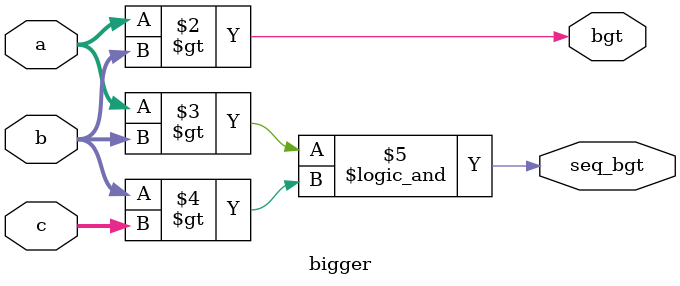
<source format=v>
module bigger (
    input [3:0] a, // three random non-negative integer
    input [3:0] b,
    input [3:0] c,
    output reg bgt, // be 1 if a > b
    output reg seq_bgt  // be 1 if a > b > c
);
    always @(*) begin
        bgt      = (a > b);
        seq_bgt  = (a > b) && (b > c); // chained compare
    end
endmodule

</source>
